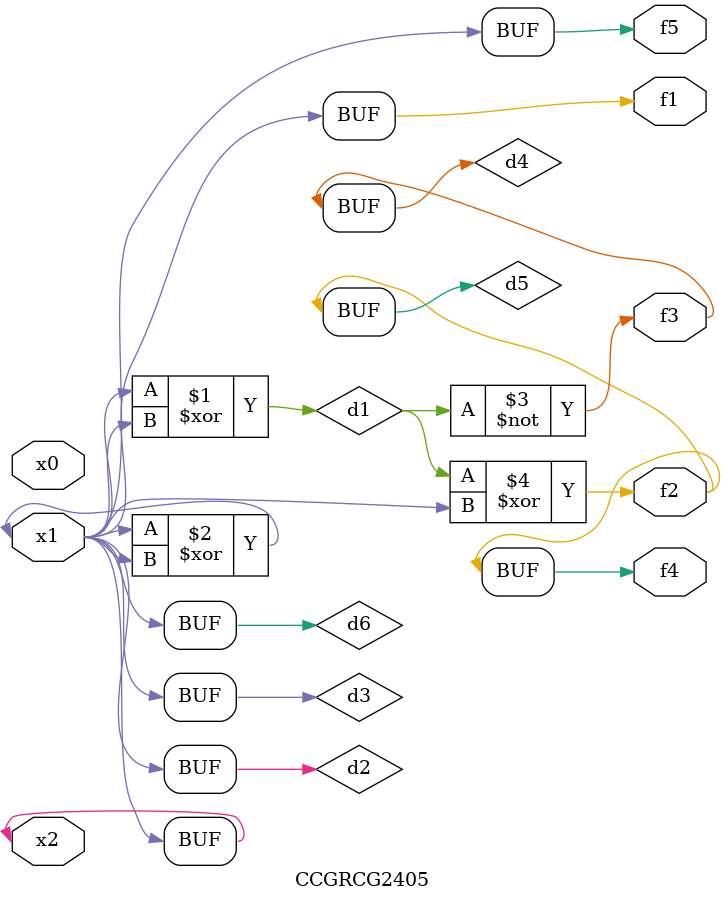
<source format=v>
module CCGRCG2405(
	input x0, x1, x2,
	output f1, f2, f3, f4, f5
);

	wire d1, d2, d3, d4, d5, d6;

	xor (d1, x1, x2);
	buf (d2, x1, x2);
	xor (d3, x1, x2);
	nor (d4, d1);
	xor (d5, d1, d2);
	buf (d6, d2, d3);
	assign f1 = d6;
	assign f2 = d5;
	assign f3 = d4;
	assign f4 = d5;
	assign f5 = d6;
endmodule

</source>
